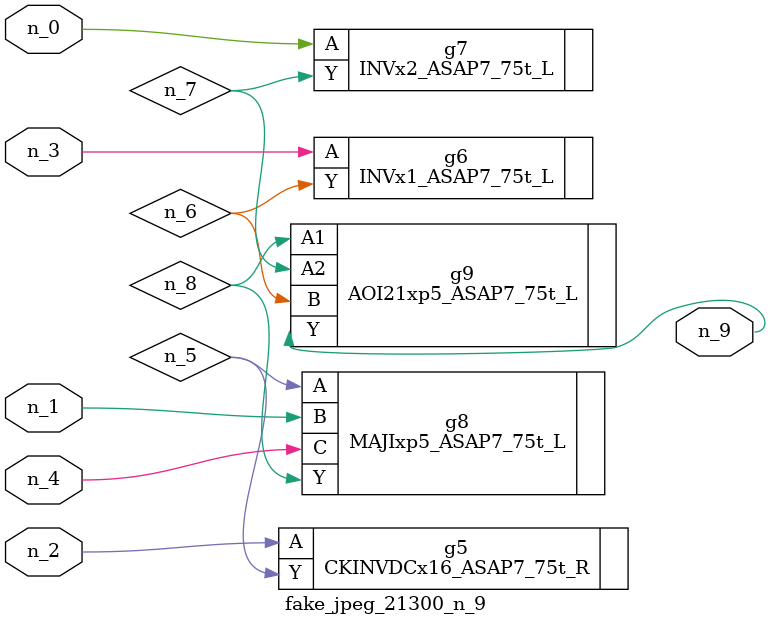
<source format=v>
module fake_jpeg_21300_n_9 (n_3, n_2, n_1, n_0, n_4, n_9);

input n_3;
input n_2;
input n_1;
input n_0;
input n_4;

output n_9;

wire n_8;
wire n_6;
wire n_5;
wire n_7;

CKINVDCx16_ASAP7_75t_R g5 ( 
.A(n_2),
.Y(n_5)
);

INVx1_ASAP7_75t_L g6 ( 
.A(n_3),
.Y(n_6)
);

INVx2_ASAP7_75t_L g7 ( 
.A(n_0),
.Y(n_7)
);

MAJIxp5_ASAP7_75t_L g8 ( 
.A(n_5),
.B(n_1),
.C(n_4),
.Y(n_8)
);

AOI21xp5_ASAP7_75t_L g9 ( 
.A1(n_8),
.A2(n_7),
.B(n_6),
.Y(n_9)
);


endmodule
</source>
